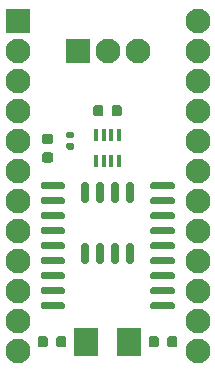
<source format=gbr>
%TF.GenerationSoftware,KiCad,Pcbnew,5.1.7+dfsg1-1~bpo10+1*%
%TF.CreationDate,Date%
%TF.ProjectId,ProMicro_BUS,50726f4d-6963-4726-9f5f-4255532e6b69,v1.4*%
%TF.SameCoordinates,Original*%
%TF.FileFunction,Soldermask,Top*%
%TF.FilePolarity,Negative*%
%FSLAX46Y46*%
G04 Gerber Fmt 4.6, Leading zero omitted, Abs format (unit mm)*
G04 Created by KiCad*
%MOMM*%
%LPD*%
G01*
G04 APERTURE LIST*
%ADD10R,2.100000X2.100000*%
%ADD11C,2.100000*%
%ADD12R,2.000000X2.400000*%
%ADD13R,0.400000X1.060000*%
G04 APERTURE END LIST*
%TO.C,C3*%
G36*
G01*
X2796250Y-10445000D02*
X2283750Y-10445000D01*
G75*
G02*
X2065000Y-10226250I0J218750D01*
G01*
X2065000Y-9788750D01*
G75*
G02*
X2283750Y-9570000I218750J0D01*
G01*
X2796250Y-9570000D01*
G75*
G02*
X3015000Y-9788750I0J-218750D01*
G01*
X3015000Y-10226250D01*
G75*
G02*
X2796250Y-10445000I-218750J0D01*
G01*
G37*
G36*
G01*
X2796250Y-12020000D02*
X2283750Y-12020000D01*
G75*
G02*
X2065000Y-11801250I0J218750D01*
G01*
X2065000Y-11363750D01*
G75*
G02*
X2283750Y-11145000I218750J0D01*
G01*
X2796250Y-11145000D01*
G75*
G02*
X3015000Y-11363750I0J-218750D01*
G01*
X3015000Y-11801250D01*
G75*
G02*
X2796250Y-12020000I-218750J0D01*
G01*
G37*
%TD*%
%TO.C,C2*%
G36*
G01*
X4617500Y-9970000D02*
X4272500Y-9970000D01*
G75*
G02*
X4125000Y-9822500I0J147500D01*
G01*
X4125000Y-9527500D01*
G75*
G02*
X4272500Y-9380000I147500J0D01*
G01*
X4617500Y-9380000D01*
G75*
G02*
X4765000Y-9527500I0J-147500D01*
G01*
X4765000Y-9822500D01*
G75*
G02*
X4617500Y-9970000I-147500J0D01*
G01*
G37*
G36*
G01*
X4617500Y-10940000D02*
X4272500Y-10940000D01*
G75*
G02*
X4125000Y-10792500I0J147500D01*
G01*
X4125000Y-10497500D01*
G75*
G02*
X4272500Y-10350000I147500J0D01*
G01*
X4617500Y-10350000D01*
G75*
G02*
X4765000Y-10497500I0J-147500D01*
G01*
X4765000Y-10792500D01*
G75*
G02*
X4617500Y-10940000I-147500J0D01*
G01*
G37*
%TD*%
D10*
%TO.C,A1*%
X0Y0D03*
D11*
X0Y-2540000D03*
X0Y-5080000D03*
X15240000Y-27940000D03*
X0Y-7620000D03*
X15240000Y-25400000D03*
X0Y-10160000D03*
X15240000Y-22860000D03*
X0Y-12700000D03*
X15240000Y-20320000D03*
X0Y-15240000D03*
X15240000Y-17780000D03*
X0Y-17780000D03*
X15240000Y-15240000D03*
X0Y-20320000D03*
X15240000Y-12700000D03*
X0Y-22860000D03*
X15240000Y-10160000D03*
X0Y-25400000D03*
X15240000Y-7620000D03*
X0Y-27940000D03*
X15240000Y-5080000D03*
X15240000Y-2540000D03*
X15240000Y0D03*
%TD*%
%TO.C,U1*%
G36*
G01*
X5865000Y-15445000D02*
X5565000Y-15445000D01*
G75*
G02*
X5415000Y-15295000I0J150000D01*
G01*
X5415000Y-13845000D01*
G75*
G02*
X5565000Y-13695000I150000J0D01*
G01*
X5865000Y-13695000D01*
G75*
G02*
X6015000Y-13845000I0J-150000D01*
G01*
X6015000Y-15295000D01*
G75*
G02*
X5865000Y-15445000I-150000J0D01*
G01*
G37*
G36*
G01*
X7135000Y-15445000D02*
X6835000Y-15445000D01*
G75*
G02*
X6685000Y-15295000I0J150000D01*
G01*
X6685000Y-13845000D01*
G75*
G02*
X6835000Y-13695000I150000J0D01*
G01*
X7135000Y-13695000D01*
G75*
G02*
X7285000Y-13845000I0J-150000D01*
G01*
X7285000Y-15295000D01*
G75*
G02*
X7135000Y-15445000I-150000J0D01*
G01*
G37*
G36*
G01*
X8405000Y-15445000D02*
X8105000Y-15445000D01*
G75*
G02*
X7955000Y-15295000I0J150000D01*
G01*
X7955000Y-13845000D01*
G75*
G02*
X8105000Y-13695000I150000J0D01*
G01*
X8405000Y-13695000D01*
G75*
G02*
X8555000Y-13845000I0J-150000D01*
G01*
X8555000Y-15295000D01*
G75*
G02*
X8405000Y-15445000I-150000J0D01*
G01*
G37*
G36*
G01*
X9675000Y-15445000D02*
X9375000Y-15445000D01*
G75*
G02*
X9225000Y-15295000I0J150000D01*
G01*
X9225000Y-13845000D01*
G75*
G02*
X9375000Y-13695000I150000J0D01*
G01*
X9675000Y-13695000D01*
G75*
G02*
X9825000Y-13845000I0J-150000D01*
G01*
X9825000Y-15295000D01*
G75*
G02*
X9675000Y-15445000I-150000J0D01*
G01*
G37*
G36*
G01*
X9675000Y-20595000D02*
X9375000Y-20595000D01*
G75*
G02*
X9225000Y-20445000I0J150000D01*
G01*
X9225000Y-18995000D01*
G75*
G02*
X9375000Y-18845000I150000J0D01*
G01*
X9675000Y-18845000D01*
G75*
G02*
X9825000Y-18995000I0J-150000D01*
G01*
X9825000Y-20445000D01*
G75*
G02*
X9675000Y-20595000I-150000J0D01*
G01*
G37*
G36*
G01*
X8405000Y-20595000D02*
X8105000Y-20595000D01*
G75*
G02*
X7955000Y-20445000I0J150000D01*
G01*
X7955000Y-18995000D01*
G75*
G02*
X8105000Y-18845000I150000J0D01*
G01*
X8405000Y-18845000D01*
G75*
G02*
X8555000Y-18995000I0J-150000D01*
G01*
X8555000Y-20445000D01*
G75*
G02*
X8405000Y-20595000I-150000J0D01*
G01*
G37*
G36*
G01*
X7135000Y-20595000D02*
X6835000Y-20595000D01*
G75*
G02*
X6685000Y-20445000I0J150000D01*
G01*
X6685000Y-18995000D01*
G75*
G02*
X6835000Y-18845000I150000J0D01*
G01*
X7135000Y-18845000D01*
G75*
G02*
X7285000Y-18995000I0J-150000D01*
G01*
X7285000Y-20445000D01*
G75*
G02*
X7135000Y-20595000I-150000J0D01*
G01*
G37*
G36*
G01*
X5865000Y-20595000D02*
X5565000Y-20595000D01*
G75*
G02*
X5415000Y-20445000I0J150000D01*
G01*
X5415000Y-18995000D01*
G75*
G02*
X5565000Y-18845000I150000J0D01*
G01*
X5865000Y-18845000D01*
G75*
G02*
X6015000Y-18995000I0J-150000D01*
G01*
X6015000Y-20445000D01*
G75*
G02*
X5865000Y-20595000I-150000J0D01*
G01*
G37*
%TD*%
D12*
%TO.C,Y1*%
X9470000Y-27178000D03*
X5770000Y-27178000D03*
%TD*%
%TO.C,C4*%
G36*
G01*
X2571000Y-26921750D02*
X2571000Y-27434250D01*
G75*
G02*
X2352250Y-27653000I-218750J0D01*
G01*
X1914750Y-27653000D01*
G75*
G02*
X1696000Y-27434250I0J218750D01*
G01*
X1696000Y-26921750D01*
G75*
G02*
X1914750Y-26703000I218750J0D01*
G01*
X2352250Y-26703000D01*
G75*
G02*
X2571000Y-26921750I0J-218750D01*
G01*
G37*
G36*
G01*
X4146000Y-26921750D02*
X4146000Y-27434250D01*
G75*
G02*
X3927250Y-27653000I-218750J0D01*
G01*
X3489750Y-27653000D01*
G75*
G02*
X3271000Y-27434250I0J218750D01*
G01*
X3271000Y-26921750D01*
G75*
G02*
X3489750Y-26703000I218750J0D01*
G01*
X3927250Y-26703000D01*
G75*
G02*
X4146000Y-26921750I0J-218750D01*
G01*
G37*
%TD*%
%TO.C,C1*%
G36*
G01*
X11969000Y-26921750D02*
X11969000Y-27434250D01*
G75*
G02*
X11750250Y-27653000I-218750J0D01*
G01*
X11312750Y-27653000D01*
G75*
G02*
X11094000Y-27434250I0J218750D01*
G01*
X11094000Y-26921750D01*
G75*
G02*
X11312750Y-26703000I218750J0D01*
G01*
X11750250Y-26703000D01*
G75*
G02*
X11969000Y-26921750I0J-218750D01*
G01*
G37*
G36*
G01*
X13544000Y-26921750D02*
X13544000Y-27434250D01*
G75*
G02*
X13325250Y-27653000I-218750J0D01*
G01*
X12887750Y-27653000D01*
G75*
G02*
X12669000Y-27434250I0J218750D01*
G01*
X12669000Y-26921750D01*
G75*
G02*
X12887750Y-26703000I218750J0D01*
G01*
X13325250Y-26703000D01*
G75*
G02*
X13544000Y-26921750I0J-218750D01*
G01*
G37*
%TD*%
D13*
%TO.C,U2*%
X6640000Y-9695000D03*
X7290000Y-9695000D03*
X7950000Y-9695000D03*
X8600000Y-9695000D03*
X8600000Y-11895000D03*
X7950000Y-11895000D03*
X7290000Y-11895000D03*
X6640000Y-11895000D03*
%TD*%
%TO.C,U3*%
G36*
G01*
X11245000Y-14120000D02*
X11245000Y-13820000D01*
G75*
G02*
X11395000Y-13670000I150000J0D01*
G01*
X13145000Y-13670000D01*
G75*
G02*
X13295000Y-13820000I0J-150000D01*
G01*
X13295000Y-14120000D01*
G75*
G02*
X13145000Y-14270000I-150000J0D01*
G01*
X11395000Y-14270000D01*
G75*
G02*
X11245000Y-14120000I0J150000D01*
G01*
G37*
G36*
G01*
X11245000Y-15390000D02*
X11245000Y-15090000D01*
G75*
G02*
X11395000Y-14940000I150000J0D01*
G01*
X13145000Y-14940000D01*
G75*
G02*
X13295000Y-15090000I0J-150000D01*
G01*
X13295000Y-15390000D01*
G75*
G02*
X13145000Y-15540000I-150000J0D01*
G01*
X11395000Y-15540000D01*
G75*
G02*
X11245000Y-15390000I0J150000D01*
G01*
G37*
G36*
G01*
X11245000Y-16660000D02*
X11245000Y-16360000D01*
G75*
G02*
X11395000Y-16210000I150000J0D01*
G01*
X13145000Y-16210000D01*
G75*
G02*
X13295000Y-16360000I0J-150000D01*
G01*
X13295000Y-16660000D01*
G75*
G02*
X13145000Y-16810000I-150000J0D01*
G01*
X11395000Y-16810000D01*
G75*
G02*
X11245000Y-16660000I0J150000D01*
G01*
G37*
G36*
G01*
X11245000Y-17930000D02*
X11245000Y-17630000D01*
G75*
G02*
X11395000Y-17480000I150000J0D01*
G01*
X13145000Y-17480000D01*
G75*
G02*
X13295000Y-17630000I0J-150000D01*
G01*
X13295000Y-17930000D01*
G75*
G02*
X13145000Y-18080000I-150000J0D01*
G01*
X11395000Y-18080000D01*
G75*
G02*
X11245000Y-17930000I0J150000D01*
G01*
G37*
G36*
G01*
X11245000Y-19200000D02*
X11245000Y-18900000D01*
G75*
G02*
X11395000Y-18750000I150000J0D01*
G01*
X13145000Y-18750000D01*
G75*
G02*
X13295000Y-18900000I0J-150000D01*
G01*
X13295000Y-19200000D01*
G75*
G02*
X13145000Y-19350000I-150000J0D01*
G01*
X11395000Y-19350000D01*
G75*
G02*
X11245000Y-19200000I0J150000D01*
G01*
G37*
G36*
G01*
X11245000Y-20470000D02*
X11245000Y-20170000D01*
G75*
G02*
X11395000Y-20020000I150000J0D01*
G01*
X13145000Y-20020000D01*
G75*
G02*
X13295000Y-20170000I0J-150000D01*
G01*
X13295000Y-20470000D01*
G75*
G02*
X13145000Y-20620000I-150000J0D01*
G01*
X11395000Y-20620000D01*
G75*
G02*
X11245000Y-20470000I0J150000D01*
G01*
G37*
G36*
G01*
X11245000Y-21740000D02*
X11245000Y-21440000D01*
G75*
G02*
X11395000Y-21290000I150000J0D01*
G01*
X13145000Y-21290000D01*
G75*
G02*
X13295000Y-21440000I0J-150000D01*
G01*
X13295000Y-21740000D01*
G75*
G02*
X13145000Y-21890000I-150000J0D01*
G01*
X11395000Y-21890000D01*
G75*
G02*
X11245000Y-21740000I0J150000D01*
G01*
G37*
G36*
G01*
X11245000Y-23010000D02*
X11245000Y-22710000D01*
G75*
G02*
X11395000Y-22560000I150000J0D01*
G01*
X13145000Y-22560000D01*
G75*
G02*
X13295000Y-22710000I0J-150000D01*
G01*
X13295000Y-23010000D01*
G75*
G02*
X13145000Y-23160000I-150000J0D01*
G01*
X11395000Y-23160000D01*
G75*
G02*
X11245000Y-23010000I0J150000D01*
G01*
G37*
G36*
G01*
X11245000Y-24280000D02*
X11245000Y-23980000D01*
G75*
G02*
X11395000Y-23830000I150000J0D01*
G01*
X13145000Y-23830000D01*
G75*
G02*
X13295000Y-23980000I0J-150000D01*
G01*
X13295000Y-24280000D01*
G75*
G02*
X13145000Y-24430000I-150000J0D01*
G01*
X11395000Y-24430000D01*
G75*
G02*
X11245000Y-24280000I0J150000D01*
G01*
G37*
G36*
G01*
X1945000Y-24280000D02*
X1945000Y-23980000D01*
G75*
G02*
X2095000Y-23830000I150000J0D01*
G01*
X3845000Y-23830000D01*
G75*
G02*
X3995000Y-23980000I0J-150000D01*
G01*
X3995000Y-24280000D01*
G75*
G02*
X3845000Y-24430000I-150000J0D01*
G01*
X2095000Y-24430000D01*
G75*
G02*
X1945000Y-24280000I0J150000D01*
G01*
G37*
G36*
G01*
X1945000Y-23010000D02*
X1945000Y-22710000D01*
G75*
G02*
X2095000Y-22560000I150000J0D01*
G01*
X3845000Y-22560000D01*
G75*
G02*
X3995000Y-22710000I0J-150000D01*
G01*
X3995000Y-23010000D01*
G75*
G02*
X3845000Y-23160000I-150000J0D01*
G01*
X2095000Y-23160000D01*
G75*
G02*
X1945000Y-23010000I0J150000D01*
G01*
G37*
G36*
G01*
X1945000Y-21740000D02*
X1945000Y-21440000D01*
G75*
G02*
X2095000Y-21290000I150000J0D01*
G01*
X3845000Y-21290000D01*
G75*
G02*
X3995000Y-21440000I0J-150000D01*
G01*
X3995000Y-21740000D01*
G75*
G02*
X3845000Y-21890000I-150000J0D01*
G01*
X2095000Y-21890000D01*
G75*
G02*
X1945000Y-21740000I0J150000D01*
G01*
G37*
G36*
G01*
X1945000Y-20470000D02*
X1945000Y-20170000D01*
G75*
G02*
X2095000Y-20020000I150000J0D01*
G01*
X3845000Y-20020000D01*
G75*
G02*
X3995000Y-20170000I0J-150000D01*
G01*
X3995000Y-20470000D01*
G75*
G02*
X3845000Y-20620000I-150000J0D01*
G01*
X2095000Y-20620000D01*
G75*
G02*
X1945000Y-20470000I0J150000D01*
G01*
G37*
G36*
G01*
X1945000Y-19200000D02*
X1945000Y-18900000D01*
G75*
G02*
X2095000Y-18750000I150000J0D01*
G01*
X3845000Y-18750000D01*
G75*
G02*
X3995000Y-18900000I0J-150000D01*
G01*
X3995000Y-19200000D01*
G75*
G02*
X3845000Y-19350000I-150000J0D01*
G01*
X2095000Y-19350000D01*
G75*
G02*
X1945000Y-19200000I0J150000D01*
G01*
G37*
G36*
G01*
X1945000Y-17930000D02*
X1945000Y-17630000D01*
G75*
G02*
X2095000Y-17480000I150000J0D01*
G01*
X3845000Y-17480000D01*
G75*
G02*
X3995000Y-17630000I0J-150000D01*
G01*
X3995000Y-17930000D01*
G75*
G02*
X3845000Y-18080000I-150000J0D01*
G01*
X2095000Y-18080000D01*
G75*
G02*
X1945000Y-17930000I0J150000D01*
G01*
G37*
G36*
G01*
X1945000Y-16660000D02*
X1945000Y-16360000D01*
G75*
G02*
X2095000Y-16210000I150000J0D01*
G01*
X3845000Y-16210000D01*
G75*
G02*
X3995000Y-16360000I0J-150000D01*
G01*
X3995000Y-16660000D01*
G75*
G02*
X3845000Y-16810000I-150000J0D01*
G01*
X2095000Y-16810000D01*
G75*
G02*
X1945000Y-16660000I0J150000D01*
G01*
G37*
G36*
G01*
X1945000Y-15390000D02*
X1945000Y-15090000D01*
G75*
G02*
X2095000Y-14940000I150000J0D01*
G01*
X3845000Y-14940000D01*
G75*
G02*
X3995000Y-15090000I0J-150000D01*
G01*
X3995000Y-15390000D01*
G75*
G02*
X3845000Y-15540000I-150000J0D01*
G01*
X2095000Y-15540000D01*
G75*
G02*
X1945000Y-15390000I0J150000D01*
G01*
G37*
G36*
G01*
X1945000Y-14120000D02*
X1945000Y-13820000D01*
G75*
G02*
X2095000Y-13670000I150000J0D01*
G01*
X3845000Y-13670000D01*
G75*
G02*
X3995000Y-13820000I0J-150000D01*
G01*
X3995000Y-14120000D01*
G75*
G02*
X3845000Y-14270000I-150000J0D01*
G01*
X2095000Y-14270000D01*
G75*
G02*
X1945000Y-14120000I0J150000D01*
G01*
G37*
%TD*%
%TO.C,R1*%
G36*
G01*
X7970000Y-7876250D02*
X7970000Y-7363750D01*
G75*
G02*
X8188750Y-7145000I218750J0D01*
G01*
X8626250Y-7145000D01*
G75*
G02*
X8845000Y-7363750I0J-218750D01*
G01*
X8845000Y-7876250D01*
G75*
G02*
X8626250Y-8095000I-218750J0D01*
G01*
X8188750Y-8095000D01*
G75*
G02*
X7970000Y-7876250I0J218750D01*
G01*
G37*
G36*
G01*
X6395000Y-7876250D02*
X6395000Y-7363750D01*
G75*
G02*
X6613750Y-7145000I218750J0D01*
G01*
X7051250Y-7145000D01*
G75*
G02*
X7270000Y-7363750I0J-218750D01*
G01*
X7270000Y-7876250D01*
G75*
G02*
X7051250Y-8095000I-218750J0D01*
G01*
X6613750Y-8095000D01*
G75*
G02*
X6395000Y-7876250I0J218750D01*
G01*
G37*
%TD*%
D11*
%TO.C,J1*%
X10160000Y-2540000D03*
X7620000Y-2540000D03*
D10*
X5080000Y-2540000D03*
%TD*%
M02*

</source>
